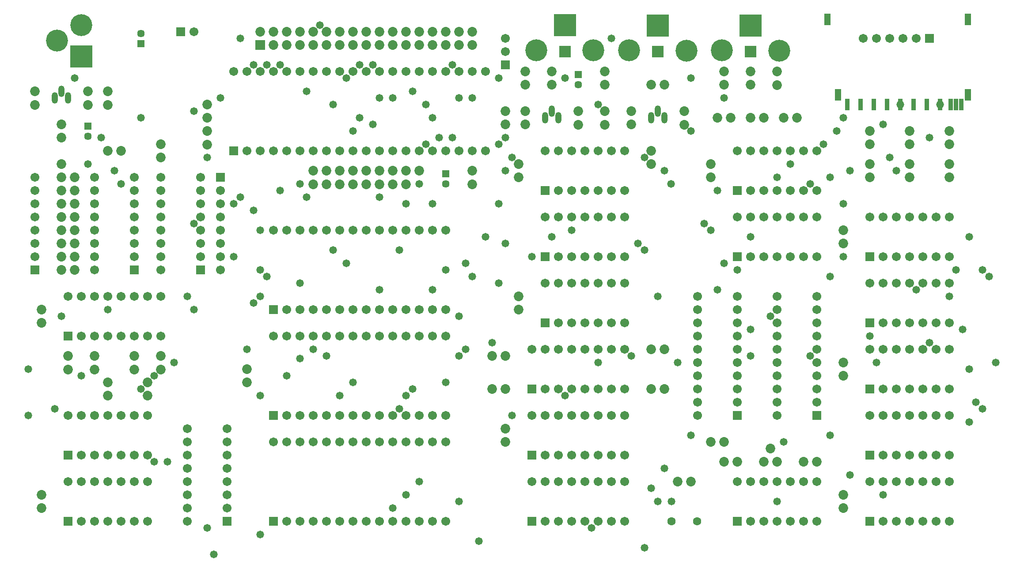
<source format=gts>
G04 Layer_Color=8388736*
%FSLAX44Y44*%
%MOMM*%
G71*
G01*
G75*
%ADD34R,1.2032X2.2032*%
%ADD35R,0.9532X2.2032*%
%ADD36C,1.7032*%
%ADD37R,1.7032X1.7032*%
%ADD38C,1.8532*%
%ADD39R,1.7032X1.7032*%
%ADD40C,1.4532*%
%ADD41R,1.4532X1.4532*%
%ADD42C,1.7032*%
%ADD43R,1.7032X1.7032*%
%ADD44C,4.2032*%
%ADD45R,2.2032X2.2032*%
%ADD46R,4.2032X4.2032*%
%ADD47R,1.7032X1.7032*%
%ADD48C,1.6032*%
%ADD49R,1.8532X1.8532*%
%ADD50O,1.2032X2.2032*%
%ADD51O,1.2032X2.2032*%
%ADD52C,1.4732*%
D34*
X1849280Y1344930D02*
D03*
X2118520D02*
D03*
Y1200150D02*
D03*
X1869600D02*
D03*
D35*
X1938020Y1181100D02*
D03*
X1887126D02*
D03*
X1912780D02*
D03*
X1963420D02*
D03*
X1988820D02*
D03*
X2014220D02*
D03*
X2039620D02*
D03*
X2065020D02*
D03*
X2085180D02*
D03*
X2095500D02*
D03*
X2105660D02*
D03*
D36*
X1968500Y1308100D02*
D03*
X1993900D02*
D03*
X2019300D02*
D03*
X1943100D02*
D03*
X1917700D02*
D03*
X685800Y863600D02*
D03*
Y889000D02*
D03*
Y914400D02*
D03*
Y939800D02*
D03*
Y1016000D02*
D03*
Y990600D02*
D03*
Y965200D02*
D03*
X330200Y1041400D02*
D03*
Y1016000D02*
D03*
Y990600D02*
D03*
Y965200D02*
D03*
Y889000D02*
D03*
Y914400D02*
D03*
Y939800D02*
D03*
X1231900Y1282700D02*
D03*
Y1308100D02*
D03*
X635000Y1320800D02*
D03*
D37*
X2044700Y1308100D02*
D03*
X609600Y1320800D02*
D03*
D38*
X381000Y1066800D02*
D03*
X1536700Y711200D02*
D03*
X1511046D02*
D03*
X1625600Y1041400D02*
D03*
Y1066800D02*
D03*
X1066800Y1054100D02*
D03*
X469900Y622300D02*
D03*
Y647700D02*
D03*
X546100Y622300D02*
D03*
Y647700D02*
D03*
X1625600Y533400D02*
D03*
X1651000D02*
D03*
X1536700Y1219200D02*
D03*
X1511300D02*
D03*
X1879600Y939800D02*
D03*
Y914400D02*
D03*
Y685800D02*
D03*
Y660400D02*
D03*
X469900Y1092200D02*
D03*
X495300D02*
D03*
X1879600Y431800D02*
D03*
Y406400D02*
D03*
X1257300Y1066800D02*
D03*
Y1041400D02*
D03*
X1587500Y457200D02*
D03*
X1562100D02*
D03*
X1257300Y812800D02*
D03*
Y787400D02*
D03*
X1828800Y495300D02*
D03*
X1803400D02*
D03*
X1231900Y558800D02*
D03*
Y533400D02*
D03*
X736600Y673100D02*
D03*
Y647700D02*
D03*
X660400Y1155700D02*
D03*
Y1181100D02*
D03*
X1536700Y635000D02*
D03*
X1511300D02*
D03*
X1790700Y1155700D02*
D03*
X1765300D02*
D03*
X1066800Y1295400D02*
D03*
Y1320800D02*
D03*
X1041400Y1295400D02*
D03*
Y1320800D02*
D03*
X1016000Y1295400D02*
D03*
Y1320800D02*
D03*
X990600Y1295400D02*
D03*
Y1320800D02*
D03*
X762000D02*
D03*
X889000Y1295400D02*
D03*
Y1320800D02*
D03*
X1168400Y1295400D02*
D03*
Y1320800D02*
D03*
X787400Y1295400D02*
D03*
Y1320800D02*
D03*
X812800Y1295400D02*
D03*
Y1320800D02*
D03*
X838200Y1295400D02*
D03*
Y1320800D02*
D03*
X863600Y1295400D02*
D03*
Y1320800D02*
D03*
X1143000Y1295400D02*
D03*
Y1320800D02*
D03*
X1117600Y1295400D02*
D03*
Y1320800D02*
D03*
X914400Y1295400D02*
D03*
Y1320800D02*
D03*
X1092200Y1295400D02*
D03*
Y1320800D02*
D03*
X965200Y1295400D02*
D03*
Y1320800D02*
D03*
X939800Y1295400D02*
D03*
Y1320800D02*
D03*
X1727200Y1155700D02*
D03*
X1701800D02*
D03*
X1663700D02*
D03*
X1638300D02*
D03*
X381000Y1117600D02*
D03*
Y1143000D02*
D03*
X1231900Y635000D02*
D03*
X1206500D02*
D03*
X1320800Y1219200D02*
D03*
Y1244600D02*
D03*
X1651000Y1219200D02*
D03*
Y1244854D02*
D03*
X1752600Y1244600D02*
D03*
Y1218946D02*
D03*
X1701800Y1219200D02*
D03*
Y1244854D02*
D03*
X1511300Y1066800D02*
D03*
Y1092454D02*
D03*
X660400Y1104646D02*
D03*
Y1130300D02*
D03*
X1574800Y1142746D02*
D03*
Y1168400D02*
D03*
X1473200Y1168654D02*
D03*
Y1143000D02*
D03*
X571500Y698500D02*
D03*
Y672846D02*
D03*
X520700Y698500D02*
D03*
Y672846D02*
D03*
X444500Y698500D02*
D03*
Y672846D02*
D03*
X393700Y698500D02*
D03*
Y672846D02*
D03*
X1168400Y1054100D02*
D03*
Y1028446D02*
D03*
X380746Y990600D02*
D03*
X406400D02*
D03*
X381000Y965200D02*
D03*
X406654D02*
D03*
X380746Y1016000D02*
D03*
X406400D02*
D03*
X380746Y939800D02*
D03*
X406400D02*
D03*
X380746Y914400D02*
D03*
X406400D02*
D03*
X1727200Y495300D02*
D03*
X1752854D02*
D03*
X1676654D02*
D03*
X1651000D02*
D03*
X381000Y1041400D02*
D03*
X406654D02*
D03*
X381000Y863600D02*
D03*
X406654D02*
D03*
X380746Y889000D02*
D03*
X406400D02*
D03*
X990600Y1028446D02*
D03*
Y1054100D02*
D03*
X571500Y1079500D02*
D03*
Y1105154D02*
D03*
X939800Y1028446D02*
D03*
Y1054100D02*
D03*
X914400Y1028446D02*
D03*
Y1054100D02*
D03*
X863600Y1028446D02*
D03*
Y1054100D02*
D03*
X889000Y1028446D02*
D03*
Y1054100D02*
D03*
X965200Y1028446D02*
D03*
Y1054100D02*
D03*
X1041400Y1028446D02*
D03*
Y1054100D02*
D03*
X1016000Y1028446D02*
D03*
Y1054100D02*
D03*
X2082800Y1041400D02*
D03*
Y1067054D02*
D03*
Y1104900D02*
D03*
Y1130554D02*
D03*
X2006600Y1041400D02*
D03*
Y1067054D02*
D03*
Y1104900D02*
D03*
Y1130554D02*
D03*
X1930400Y1041400D02*
D03*
Y1067054D02*
D03*
Y1104900D02*
D03*
Y1130554D02*
D03*
X469900Y1180846D02*
D03*
Y1206500D02*
D03*
X431800Y1180846D02*
D03*
Y1206500D02*
D03*
X1270000Y1244854D02*
D03*
Y1219200D02*
D03*
X1231900Y698500D02*
D03*
X1206246D02*
D03*
X330200Y1180846D02*
D03*
Y1206500D02*
D03*
X1422400Y1219200D02*
D03*
Y1244854D02*
D03*
Y1142746D02*
D03*
Y1168400D02*
D03*
X1231900Y1143000D02*
D03*
Y1168654D02*
D03*
X1270000Y1143000D02*
D03*
Y1168654D02*
D03*
X1371600Y1142746D02*
D03*
Y1168400D02*
D03*
X342900Y787400D02*
D03*
Y762000D02*
D03*
Y431800D02*
D03*
Y406400D02*
D03*
X1739900Y520700D02*
D03*
D39*
X685800Y1041400D02*
D03*
X330200Y863600D02*
D03*
X1231900Y1257300D02*
D03*
D40*
X533400Y1318100D02*
D03*
X1117600Y1028860D02*
D03*
X431800Y1120300D02*
D03*
X1371600Y1219360D02*
D03*
D41*
X533400Y1298100D02*
D03*
X1117600Y1048860D02*
D03*
X431800Y1140300D02*
D03*
X1371600Y1239360D02*
D03*
D42*
X1117600Y939800D02*
D03*
X1092200D02*
D03*
X1066800D02*
D03*
X1041400D02*
D03*
X1016000D02*
D03*
X990600D02*
D03*
X965200D02*
D03*
X939800D02*
D03*
X914400D02*
D03*
X889000D02*
D03*
X863600D02*
D03*
X838200D02*
D03*
X812800D02*
D03*
X787400D02*
D03*
X1117600Y787400D02*
D03*
X1092200D02*
D03*
X1066800D02*
D03*
X1041400D02*
D03*
X1016000D02*
D03*
X990600D02*
D03*
X965200D02*
D03*
X939800D02*
D03*
X914400D02*
D03*
X889000D02*
D03*
X863600D02*
D03*
X838200D02*
D03*
X812800D02*
D03*
X546100Y584200D02*
D03*
X520700D02*
D03*
X495300D02*
D03*
X469900D02*
D03*
X444500D02*
D03*
X419100D02*
D03*
X393700D02*
D03*
X546100Y508000D02*
D03*
X520700D02*
D03*
X495300D02*
D03*
X469900D02*
D03*
X444500D02*
D03*
X419100D02*
D03*
X1676400Y609600D02*
D03*
Y635000D02*
D03*
Y660400D02*
D03*
Y685800D02*
D03*
Y711200D02*
D03*
Y736600D02*
D03*
Y762000D02*
D03*
Y787400D02*
D03*
Y812800D02*
D03*
X1600200Y584200D02*
D03*
Y609600D02*
D03*
Y635000D02*
D03*
Y660400D02*
D03*
Y685800D02*
D03*
Y711200D02*
D03*
Y736600D02*
D03*
Y762000D02*
D03*
Y787400D02*
D03*
Y812800D02*
D03*
X546100Y457200D02*
D03*
X520700D02*
D03*
X495300D02*
D03*
X469900D02*
D03*
X444500D02*
D03*
X419100D02*
D03*
X393700D02*
D03*
X546100Y381000D02*
D03*
X520700D02*
D03*
X495300D02*
D03*
X469900D02*
D03*
X444500D02*
D03*
X419100D02*
D03*
X1460500Y838200D02*
D03*
X1435100D02*
D03*
X1409700D02*
D03*
X1384300D02*
D03*
X1358900D02*
D03*
X1333500D02*
D03*
X1308100D02*
D03*
X1460500Y762000D02*
D03*
X1435100D02*
D03*
X1409700D02*
D03*
X1384300D02*
D03*
X1358900D02*
D03*
X1333500D02*
D03*
X571500Y812800D02*
D03*
X546100D02*
D03*
X520700D02*
D03*
X495300D02*
D03*
X469900D02*
D03*
X444500D02*
D03*
X419100D02*
D03*
X393700D02*
D03*
X571500Y736600D02*
D03*
X546100D02*
D03*
X520700D02*
D03*
X495300D02*
D03*
X469900D02*
D03*
X444500D02*
D03*
X419100D02*
D03*
X444500Y1041400D02*
D03*
Y1016000D02*
D03*
Y990600D02*
D03*
Y965200D02*
D03*
Y939800D02*
D03*
Y914400D02*
D03*
Y889000D02*
D03*
Y863600D02*
D03*
X520700Y1041400D02*
D03*
Y1016000D02*
D03*
Y990600D02*
D03*
Y965200D02*
D03*
Y939800D02*
D03*
Y914400D02*
D03*
Y889000D02*
D03*
X1828800Y457200D02*
D03*
X1803400D02*
D03*
X1778000D02*
D03*
X1752600D02*
D03*
X1727200D02*
D03*
X1701800D02*
D03*
X1676400D02*
D03*
X1828800Y381000D02*
D03*
X1803400D02*
D03*
X1778000D02*
D03*
X1752600D02*
D03*
X1727200D02*
D03*
X1701800D02*
D03*
X1193800Y1244600D02*
D03*
X1168400D02*
D03*
X1143000D02*
D03*
X1117600D02*
D03*
X1092200D02*
D03*
X1066800D02*
D03*
X1041400D02*
D03*
X1016000D02*
D03*
X990600D02*
D03*
X965200D02*
D03*
X939800D02*
D03*
X914400D02*
D03*
X889000D02*
D03*
X863600D02*
D03*
X838200D02*
D03*
X812800D02*
D03*
X787400D02*
D03*
X762000D02*
D03*
X736600D02*
D03*
X711200D02*
D03*
X1193800Y1092200D02*
D03*
X1168400D02*
D03*
X1143000D02*
D03*
X1117600D02*
D03*
X1092200D02*
D03*
X1066800D02*
D03*
X1041400D02*
D03*
X1016000D02*
D03*
X990600D02*
D03*
X965200D02*
D03*
X939800D02*
D03*
X914400D02*
D03*
X889000D02*
D03*
X863600D02*
D03*
X838200D02*
D03*
X812800D02*
D03*
X787400D02*
D03*
X762000D02*
D03*
X736600D02*
D03*
X571500Y1041400D02*
D03*
Y1016000D02*
D03*
Y990600D02*
D03*
Y965200D02*
D03*
Y939800D02*
D03*
Y914400D02*
D03*
Y889000D02*
D03*
Y863600D02*
D03*
X647700Y1041400D02*
D03*
Y1016000D02*
D03*
Y990600D02*
D03*
Y965200D02*
D03*
Y939800D02*
D03*
Y914400D02*
D03*
Y889000D02*
D03*
X2082800Y584200D02*
D03*
X2057400D02*
D03*
X2032000D02*
D03*
X2006600D02*
D03*
X1981200D02*
D03*
X1955800D02*
D03*
X1930400D02*
D03*
X2082800Y508000D02*
D03*
X2057400D02*
D03*
X2032000D02*
D03*
X2006600D02*
D03*
X1981200D02*
D03*
X1955800D02*
D03*
X2082800Y457200D02*
D03*
X2057400D02*
D03*
X2032000D02*
D03*
X2006600D02*
D03*
X1981200D02*
D03*
X1955800D02*
D03*
X1930400D02*
D03*
X2082800Y381000D02*
D03*
X2057400D02*
D03*
X2032000D02*
D03*
X2006600D02*
D03*
X1981200D02*
D03*
X1955800D02*
D03*
X2082800Y965200D02*
D03*
X2057400D02*
D03*
X2032000D02*
D03*
X2006600D02*
D03*
X1981200D02*
D03*
X1955800D02*
D03*
X1930400D02*
D03*
X2082800Y889000D02*
D03*
X2057400D02*
D03*
X2032000D02*
D03*
X2006600D02*
D03*
X1981200D02*
D03*
X1955800D02*
D03*
X1828800Y609600D02*
D03*
Y635000D02*
D03*
Y660400D02*
D03*
Y685800D02*
D03*
Y711200D02*
D03*
Y736600D02*
D03*
Y762000D02*
D03*
Y787400D02*
D03*
Y812800D02*
D03*
X1752600Y584200D02*
D03*
Y609600D02*
D03*
Y635000D02*
D03*
Y660400D02*
D03*
Y685800D02*
D03*
Y711200D02*
D03*
Y736600D02*
D03*
Y762000D02*
D03*
Y787400D02*
D03*
Y812800D02*
D03*
X2082800Y838200D02*
D03*
X2057400D02*
D03*
X2032000D02*
D03*
X2006600D02*
D03*
X1981200D02*
D03*
X1955800D02*
D03*
X1930400D02*
D03*
X2082800Y762000D02*
D03*
X2057400D02*
D03*
X2032000D02*
D03*
X2006600D02*
D03*
X1981200D02*
D03*
X1955800D02*
D03*
X2082800Y711200D02*
D03*
X2057400D02*
D03*
X2032000D02*
D03*
X2006600D02*
D03*
X1981200D02*
D03*
X1955800D02*
D03*
X1930400D02*
D03*
X2082800Y635000D02*
D03*
X2057400D02*
D03*
X2032000D02*
D03*
X2006600D02*
D03*
X1981200D02*
D03*
X1955800D02*
D03*
X1828800Y965200D02*
D03*
X1803400D02*
D03*
X1778000D02*
D03*
X1752600D02*
D03*
X1727200D02*
D03*
X1701800D02*
D03*
X1676400D02*
D03*
X1828800Y889000D02*
D03*
X1803400D02*
D03*
X1778000D02*
D03*
X1752600D02*
D03*
X1727200D02*
D03*
X1701800D02*
D03*
X1460500Y584200D02*
D03*
X1435100D02*
D03*
X1409700D02*
D03*
X1384300D02*
D03*
X1358900D02*
D03*
X1333500D02*
D03*
X1308100D02*
D03*
X1282700D02*
D03*
X1460500Y508000D02*
D03*
X1435100D02*
D03*
X1409700D02*
D03*
X1384300D02*
D03*
X1358900D02*
D03*
X1333500D02*
D03*
X1308100D02*
D03*
X1828800Y1092200D02*
D03*
X1803400D02*
D03*
X1778000D02*
D03*
X1752600D02*
D03*
X1727200D02*
D03*
X1701800D02*
D03*
X1676400D02*
D03*
X1828800Y1016000D02*
D03*
X1803400D02*
D03*
X1778000D02*
D03*
X1752600D02*
D03*
X1727200D02*
D03*
X1701800D02*
D03*
X1460500Y965200D02*
D03*
X1435100D02*
D03*
X1409700D02*
D03*
X1384300D02*
D03*
X1358900D02*
D03*
X1333500D02*
D03*
X1308100D02*
D03*
X1460500Y889000D02*
D03*
X1435100D02*
D03*
X1409700D02*
D03*
X1384300D02*
D03*
X1358900D02*
D03*
X1333500D02*
D03*
X1460500Y1092200D02*
D03*
X1435100D02*
D03*
X1409700D02*
D03*
X1384300D02*
D03*
X1358900D02*
D03*
X1333500D02*
D03*
X1308100D02*
D03*
X1460500Y1016000D02*
D03*
X1435100D02*
D03*
X1409700D02*
D03*
X1384300D02*
D03*
X1358900D02*
D03*
X1333500D02*
D03*
X1460500Y711200D02*
D03*
X1435100D02*
D03*
X1409700D02*
D03*
X1384300D02*
D03*
X1358900D02*
D03*
X1333500D02*
D03*
X1308100D02*
D03*
X1282700D02*
D03*
X1460500Y635000D02*
D03*
X1435100D02*
D03*
X1409700D02*
D03*
X1384300D02*
D03*
X1358900D02*
D03*
X1333500D02*
D03*
X1308100D02*
D03*
X1460500Y457200D02*
D03*
X1435100D02*
D03*
X1409700D02*
D03*
X1384300D02*
D03*
X1358900D02*
D03*
X1333500D02*
D03*
X1308100D02*
D03*
X1282700D02*
D03*
X1460500Y381000D02*
D03*
X1435100D02*
D03*
X1409700D02*
D03*
X1384300D02*
D03*
X1358900D02*
D03*
X1333500D02*
D03*
X1308100D02*
D03*
X622300Y558800D02*
D03*
Y533400D02*
D03*
Y508000D02*
D03*
Y482600D02*
D03*
Y457200D02*
D03*
Y431800D02*
D03*
Y406400D02*
D03*
Y381000D02*
D03*
X698500Y558800D02*
D03*
Y533400D02*
D03*
Y508000D02*
D03*
Y482600D02*
D03*
Y457200D02*
D03*
Y431800D02*
D03*
Y406400D02*
D03*
X812800Y584200D02*
D03*
X838200D02*
D03*
X863600D02*
D03*
X889000D02*
D03*
X914400D02*
D03*
X939800D02*
D03*
X965200D02*
D03*
X990600D02*
D03*
X1016000D02*
D03*
X1041400D02*
D03*
X1066800D02*
D03*
X1092200D02*
D03*
X1117600D02*
D03*
X787400Y736600D02*
D03*
X812800D02*
D03*
X838200D02*
D03*
X863600D02*
D03*
X889000D02*
D03*
X914400D02*
D03*
X939800D02*
D03*
X965200D02*
D03*
X990600D02*
D03*
X1016000D02*
D03*
X1041400D02*
D03*
X1066800D02*
D03*
X1092200D02*
D03*
X1117600D02*
D03*
X812800Y381000D02*
D03*
X838200D02*
D03*
X863600D02*
D03*
X889000D02*
D03*
X914400D02*
D03*
X939800D02*
D03*
X965200D02*
D03*
X990600D02*
D03*
X1016000D02*
D03*
X1041400D02*
D03*
X1066800D02*
D03*
X1092200D02*
D03*
X1117600D02*
D03*
X787400Y533400D02*
D03*
X812800D02*
D03*
X838200D02*
D03*
X863600D02*
D03*
X889000D02*
D03*
X914400D02*
D03*
X939800D02*
D03*
X965200D02*
D03*
X990600D02*
D03*
X1016000D02*
D03*
X1041400D02*
D03*
X1066800D02*
D03*
X1092200D02*
D03*
X1117600D02*
D03*
D43*
X787400Y787400D02*
D03*
X393700Y508000D02*
D03*
Y381000D02*
D03*
X1308100Y762000D02*
D03*
X393700Y736600D02*
D03*
X1676400Y381000D02*
D03*
X711200Y1092200D02*
D03*
X1930400Y508000D02*
D03*
Y381000D02*
D03*
Y889000D02*
D03*
Y762000D02*
D03*
Y635000D02*
D03*
X1676400Y889000D02*
D03*
X1282700Y508000D02*
D03*
X1676400Y1016000D02*
D03*
X1308100Y889000D02*
D03*
Y1016000D02*
D03*
X1282700Y635000D02*
D03*
Y381000D02*
D03*
X787400Y584200D02*
D03*
Y381000D02*
D03*
D44*
X1647190Y1285240D02*
D03*
X1756664Y1284986D02*
D03*
X1469390Y1285240D02*
D03*
X1578864Y1284986D02*
D03*
X419100Y1333500D02*
D03*
X372364Y1304036D02*
D03*
X1291336Y1285494D02*
D03*
X1400810Y1285240D02*
D03*
D45*
X1701800Y1282700D02*
D03*
X1524000D02*
D03*
X1345946Y1282954D02*
D03*
D46*
X1702054Y1333246D02*
D03*
X1524254D02*
D03*
X418846Y1273810D02*
D03*
X1346200Y1333500D02*
D03*
D47*
X1676400Y584200D02*
D03*
X520700Y863600D02*
D03*
X647700D02*
D03*
X1828800Y584200D02*
D03*
X698500Y381000D02*
D03*
D48*
X1599200D02*
D03*
X1550400D02*
D03*
D49*
X762000Y1295400D02*
D03*
D50*
X1536700Y1155700D02*
D03*
X1511300D02*
D03*
X1333500D02*
D03*
X1308100D02*
D03*
X393700Y1193800D02*
D03*
X368300D02*
D03*
D51*
X1524000Y1168400D02*
D03*
X1320800D02*
D03*
X381000Y1206500D02*
D03*
D52*
X533400Y1155700D02*
D03*
X685800Y1193800D02*
D03*
X1955800Y1143000D02*
D03*
X1524000Y812800D02*
D03*
X1778000Y1066800D02*
D03*
X1739900Y774700D02*
D03*
X1701800Y927100D02*
D03*
X1854200Y546100D02*
D03*
Y1041400D02*
D03*
X1841500Y1104900D02*
D03*
X2146300Y863600D02*
D03*
X2159000Y850900D02*
D03*
X2082800Y812800D02*
D03*
X2019300Y825500D02*
D03*
X2044700Y723900D02*
D03*
X1765300Y533400D02*
D03*
X1854200Y850900D02*
D03*
X1892300Y469900D02*
D03*
X2133600Y609600D02*
D03*
X2146300Y596900D02*
D03*
X1930400Y736600D02*
D03*
X1816100Y698500D02*
D03*
X2108200Y749300D02*
D03*
X850900Y1003300D02*
D03*
X1244600Y1079500D02*
D03*
X1231900Y1054100D02*
D03*
Y914400D02*
D03*
X990600Y1003300D02*
D03*
X800100Y1016000D02*
D03*
X1231900Y1117600D02*
D03*
X774700Y850900D02*
D03*
X762000Y812800D02*
D03*
X977900Y1143000D02*
D03*
X952500Y1155700D02*
D03*
X1054100Y1206500D02*
D03*
X1168400Y850900D02*
D03*
X1155700Y876300D02*
D03*
X431800Y1066800D02*
D03*
X495300Y1028700D02*
D03*
X596900Y685800D02*
D03*
X1397000Y368300D02*
D03*
X939800Y1130300D02*
D03*
X901700Y1181100D02*
D03*
X1079500D02*
D03*
X990600Y1193800D02*
D03*
X1143000Y419100D02*
D03*
Y774700D02*
D03*
X1282700Y889000D02*
D03*
X1320800Y927100D02*
D03*
X1498600Y901700D02*
D03*
X1485900Y914400D02*
D03*
X1612900Y952500D02*
D03*
X1358900Y939800D02*
D03*
X1676400Y863600D02*
D03*
X1638300Y825500D02*
D03*
X1219200Y1231900D02*
D03*
Y1104900D02*
D03*
X1206500Y723900D02*
D03*
X1092200Y1155700D02*
D03*
X876300Y1333500D02*
D03*
X1117600Y647700D02*
D03*
X939800D02*
D03*
X1587500Y1130300D02*
D03*
X1866900D02*
D03*
X1587500Y1231900D02*
D03*
X1155700Y711200D02*
D03*
X1028700Y901700D02*
D03*
X1193800Y927100D02*
D03*
X1651000Y876300D02*
D03*
X660400Y368300D02*
D03*
X1181100Y342900D02*
D03*
X2120900Y571500D02*
D03*
X838200Y693420D02*
D03*
X1943100Y685800D02*
D03*
X1550400Y419100D02*
D03*
X1549400Y1028700D02*
D03*
X1816100D02*
D03*
X1752600Y1041400D02*
D03*
X711200Y889000D02*
D03*
X1092200Y990600D02*
D03*
X736600Y711200D02*
D03*
X749300Y977900D02*
D03*
X723900Y1003300D02*
D03*
X1346200Y622300D02*
D03*
X1041400Y990600D02*
D03*
X1536700Y1054100D02*
D03*
X1346200Y1231900D02*
D03*
X406400D02*
D03*
X850900Y1206500D02*
D03*
X800100Y1257300D02*
D03*
X774700D02*
D03*
X952500D02*
D03*
X977900D02*
D03*
X927100Y876300D02*
D03*
X901700Y901700D02*
D03*
X762000Y939800D02*
D03*
X482600Y1054100D02*
D03*
X812800Y660400D02*
D03*
X863600Y711200D02*
D03*
X1701800Y698500D02*
D03*
X1092200Y825500D02*
D03*
X1028700Y596900D02*
D03*
X914400Y622300D02*
D03*
X1752600Y419100D02*
D03*
X1587500Y546100D02*
D03*
X381000Y774700D02*
D03*
X469900Y787400D02*
D03*
X889000Y698500D02*
D03*
X990600Y825500D02*
D03*
X1054100Y635000D02*
D03*
X1041400Y622300D02*
D03*
X368300Y596900D02*
D03*
X1066800Y457200D02*
D03*
X1041400Y431800D02*
D03*
X317500Y673100D02*
D03*
Y584200D02*
D03*
X584200Y495300D02*
D03*
X838200Y838200D02*
D03*
X1016000Y406400D02*
D03*
X723900Y1308100D02*
D03*
X927100Y1231900D02*
D03*
X749300Y1257300D02*
D03*
X1988820Y1181100D02*
D03*
X673100Y317500D02*
D03*
X1409700Y685927D02*
D03*
X1473200Y698500D02*
D03*
X1117600Y863600D02*
D03*
X1701800Y749300D02*
D03*
X1219200Y838200D02*
D03*
Y990600D02*
D03*
X1435100Y1308100D02*
D03*
X1409700Y1181100D02*
D03*
X558800Y495300D02*
D03*
X419100Y660400D02*
D03*
X558800D02*
D03*
X1511300Y444500D02*
D03*
X1524000Y419100D02*
D03*
X1536700Y482600D02*
D03*
X1562100Y685800D02*
D03*
X533400Y635000D02*
D03*
X762000Y622300D02*
D03*
Y355600D02*
D03*
X1498600Y330200D02*
D03*
X2065020Y1181100D02*
D03*
X1879600Y1155700D02*
D03*
X2120900Y673100D02*
D03*
X1625600Y939800D02*
D03*
X1638300Y1016000D02*
D03*
X1879600Y990600D02*
D03*
X2095500Y863600D02*
D03*
X2171700Y685800D02*
D03*
X1879600Y889000D02*
D03*
X1968500Y1079500D02*
D03*
X1892300Y1054100D02*
D03*
X1143000Y698500D02*
D03*
X1498600Y1079500D02*
D03*
X1651000Y1193800D02*
D03*
X1130300Y1257300D02*
D03*
X1981200Y1054100D02*
D03*
X2044700Y1117600D02*
D03*
X1244600Y584200D02*
D03*
X457200Y1117600D02*
D03*
X1955800Y431800D02*
D03*
X2120900Y927100D02*
D03*
X1130300Y1117600D02*
D03*
X838200Y1028700D02*
D03*
X1066800D02*
D03*
X1079500Y1104900D02*
D03*
X1104900Y1117600D02*
D03*
X622300Y812800D02*
D03*
X635000Y787400D02*
D03*
X660400Y1079500D02*
D03*
X762000Y863600D02*
D03*
X749300Y800100D02*
D03*
X1016000Y1193800D02*
D03*
X1143000D02*
D03*
X711200Y990600D02*
D03*
X635000Y952500D02*
D03*
Y1168400D02*
D03*
X1168400Y1193800D02*
D03*
M02*

</source>
